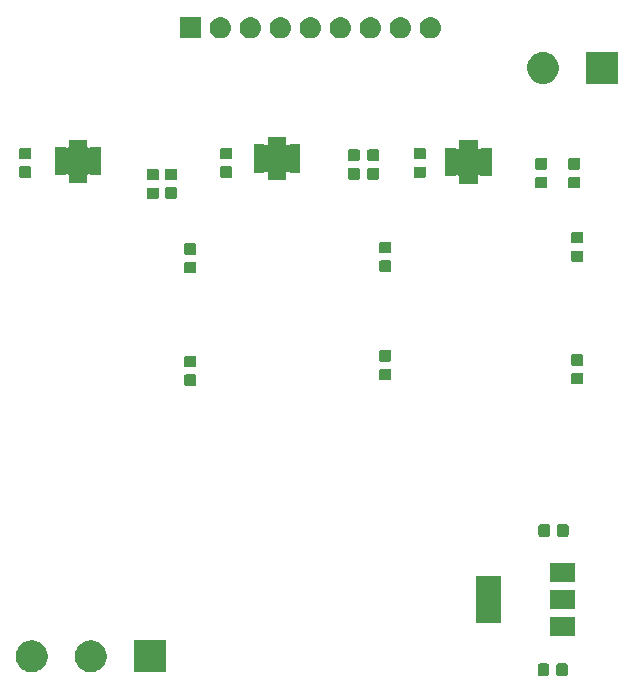
<source format=gbr>
G04 #@! TF.GenerationSoftware,KiCad,Pcbnew,(5.0.1)-3*
G04 #@! TF.CreationDate,2021-02-08T17:12:00-05:00*
G04 #@! TF.ProjectId,fpga_esc,667067615F6573632E6B696361645F70,rev?*
G04 #@! TF.SameCoordinates,Original*
G04 #@! TF.FileFunction,Soldermask,Top*
G04 #@! TF.FilePolarity,Negative*
%FSLAX46Y46*%
G04 Gerber Fmt 4.6, Leading zero omitted, Abs format (unit mm)*
G04 Created by KiCad (PCBNEW (5.0.1)-3) date 2021-02-08 5:12:00 PM*
%MOMM*%
%LPD*%
G01*
G04 APERTURE LIST*
%ADD10C,0.100000*%
G04 APERTURE END LIST*
D10*
G36*
X157542791Y-94474085D02*
X157576769Y-94484393D01*
X157608087Y-94501133D01*
X157635539Y-94523661D01*
X157658067Y-94551113D01*
X157674807Y-94582431D01*
X157685115Y-94616409D01*
X157689200Y-94657890D01*
X157689200Y-95334110D01*
X157685115Y-95375591D01*
X157674807Y-95409569D01*
X157658067Y-95440887D01*
X157635539Y-95468339D01*
X157608087Y-95490867D01*
X157576769Y-95507607D01*
X157542791Y-95517915D01*
X157501310Y-95522000D01*
X156900090Y-95522000D01*
X156858609Y-95517915D01*
X156824631Y-95507607D01*
X156793313Y-95490867D01*
X156765861Y-95468339D01*
X156743333Y-95440887D01*
X156726593Y-95409569D01*
X156716285Y-95375591D01*
X156712200Y-95334110D01*
X156712200Y-94657890D01*
X156716285Y-94616409D01*
X156726593Y-94582431D01*
X156743333Y-94551113D01*
X156765861Y-94523661D01*
X156793313Y-94501133D01*
X156824631Y-94484393D01*
X156858609Y-94474085D01*
X156900090Y-94470000D01*
X157501310Y-94470000D01*
X157542791Y-94474085D01*
X157542791Y-94474085D01*
G37*
G36*
X155967791Y-94474085D02*
X156001769Y-94484393D01*
X156033087Y-94501133D01*
X156060539Y-94523661D01*
X156083067Y-94551113D01*
X156099807Y-94582431D01*
X156110115Y-94616409D01*
X156114200Y-94657890D01*
X156114200Y-95334110D01*
X156110115Y-95375591D01*
X156099807Y-95409569D01*
X156083067Y-95440887D01*
X156060539Y-95468339D01*
X156033087Y-95490867D01*
X156001769Y-95507607D01*
X155967791Y-95517915D01*
X155926310Y-95522000D01*
X155325090Y-95522000D01*
X155283609Y-95517915D01*
X155249631Y-95507607D01*
X155218313Y-95490867D01*
X155190861Y-95468339D01*
X155168333Y-95440887D01*
X155151593Y-95409569D01*
X155141285Y-95375591D01*
X155137200Y-95334110D01*
X155137200Y-94657890D01*
X155141285Y-94616409D01*
X155151593Y-94582431D01*
X155168333Y-94551113D01*
X155190861Y-94523661D01*
X155218313Y-94501133D01*
X155249631Y-94484393D01*
X155283609Y-94474085D01*
X155325090Y-94470000D01*
X155926310Y-94470000D01*
X155967791Y-94474085D01*
X155967791Y-94474085D01*
G37*
G36*
X123652000Y-95204000D02*
X120950000Y-95204000D01*
X120950000Y-92502000D01*
X123652000Y-92502000D01*
X123652000Y-95204000D01*
X123652000Y-95204000D01*
G37*
G36*
X117564567Y-92527959D02*
X117695072Y-92553918D01*
X117940939Y-92655759D01*
X118161464Y-92803110D01*
X118162215Y-92803612D01*
X118350388Y-92991785D01*
X118350390Y-92991788D01*
X118498241Y-93213061D01*
X118600082Y-93458928D01*
X118652000Y-93719938D01*
X118652000Y-93986062D01*
X118600082Y-94247072D01*
X118498241Y-94492939D01*
X118388023Y-94657890D01*
X118350388Y-94714215D01*
X118162215Y-94902388D01*
X118162212Y-94902390D01*
X117940939Y-95050241D01*
X117695072Y-95152082D01*
X117564567Y-95178041D01*
X117434063Y-95204000D01*
X117167937Y-95204000D01*
X117037433Y-95178041D01*
X116906928Y-95152082D01*
X116661061Y-95050241D01*
X116439788Y-94902390D01*
X116439785Y-94902388D01*
X116251612Y-94714215D01*
X116213977Y-94657890D01*
X116103759Y-94492939D01*
X116001918Y-94247072D01*
X115950000Y-93986062D01*
X115950000Y-93719938D01*
X116001918Y-93458928D01*
X116103759Y-93213061D01*
X116251610Y-92991788D01*
X116251612Y-92991785D01*
X116439785Y-92803612D01*
X116440536Y-92803110D01*
X116661061Y-92655759D01*
X116906928Y-92553918D01*
X117037433Y-92527959D01*
X117167937Y-92502000D01*
X117434063Y-92502000D01*
X117564567Y-92527959D01*
X117564567Y-92527959D01*
G37*
G36*
X112564567Y-92527959D02*
X112695072Y-92553918D01*
X112940939Y-92655759D01*
X113161464Y-92803110D01*
X113162215Y-92803612D01*
X113350388Y-92991785D01*
X113350390Y-92991788D01*
X113498241Y-93213061D01*
X113600082Y-93458928D01*
X113652000Y-93719938D01*
X113652000Y-93986062D01*
X113600082Y-94247072D01*
X113498241Y-94492939D01*
X113388023Y-94657890D01*
X113350388Y-94714215D01*
X113162215Y-94902388D01*
X113162212Y-94902390D01*
X112940939Y-95050241D01*
X112695072Y-95152082D01*
X112564567Y-95178041D01*
X112434063Y-95204000D01*
X112167937Y-95204000D01*
X112037433Y-95178041D01*
X111906928Y-95152082D01*
X111661061Y-95050241D01*
X111439788Y-94902390D01*
X111439785Y-94902388D01*
X111251612Y-94714215D01*
X111213977Y-94657890D01*
X111103759Y-94492939D01*
X111001918Y-94247072D01*
X110950000Y-93986062D01*
X110950000Y-93719938D01*
X111001918Y-93458928D01*
X111103759Y-93213061D01*
X111251610Y-92991788D01*
X111251612Y-92991785D01*
X111439785Y-92803612D01*
X111440536Y-92803110D01*
X111661061Y-92655759D01*
X111906928Y-92553918D01*
X112037433Y-92527959D01*
X112167937Y-92502000D01*
X112434063Y-92502000D01*
X112564567Y-92527959D01*
X112564567Y-92527959D01*
G37*
G36*
X158328200Y-92153400D02*
X156226200Y-92153400D01*
X156226200Y-90551400D01*
X158328200Y-90551400D01*
X158328200Y-92153400D01*
X158328200Y-92153400D01*
G37*
G36*
X152028200Y-91003400D02*
X149926200Y-91003400D01*
X149926200Y-87101400D01*
X152028200Y-87101400D01*
X152028200Y-91003400D01*
X152028200Y-91003400D01*
G37*
G36*
X158328200Y-89853400D02*
X156226200Y-89853400D01*
X156226200Y-88251400D01*
X158328200Y-88251400D01*
X158328200Y-89853400D01*
X158328200Y-89853400D01*
G37*
G36*
X158328200Y-87553400D02*
X156226200Y-87553400D01*
X156226200Y-85951400D01*
X158328200Y-85951400D01*
X158328200Y-87553400D01*
X158328200Y-87553400D01*
G37*
G36*
X156043891Y-82688485D02*
X156077869Y-82698793D01*
X156109187Y-82715533D01*
X156136639Y-82738061D01*
X156159167Y-82765513D01*
X156175907Y-82796831D01*
X156186215Y-82830809D01*
X156190300Y-82872290D01*
X156190300Y-83548510D01*
X156186215Y-83589991D01*
X156175907Y-83623969D01*
X156159167Y-83655287D01*
X156136639Y-83682739D01*
X156109187Y-83705267D01*
X156077869Y-83722007D01*
X156043891Y-83732315D01*
X156002410Y-83736400D01*
X155401190Y-83736400D01*
X155359709Y-83732315D01*
X155325731Y-83722007D01*
X155294413Y-83705267D01*
X155266961Y-83682739D01*
X155244433Y-83655287D01*
X155227693Y-83623969D01*
X155217385Y-83589991D01*
X155213300Y-83548510D01*
X155213300Y-82872290D01*
X155217385Y-82830809D01*
X155227693Y-82796831D01*
X155244433Y-82765513D01*
X155266961Y-82738061D01*
X155294413Y-82715533D01*
X155325731Y-82698793D01*
X155359709Y-82688485D01*
X155401190Y-82684400D01*
X156002410Y-82684400D01*
X156043891Y-82688485D01*
X156043891Y-82688485D01*
G37*
G36*
X157618891Y-82688485D02*
X157652869Y-82698793D01*
X157684187Y-82715533D01*
X157711639Y-82738061D01*
X157734167Y-82765513D01*
X157750907Y-82796831D01*
X157761215Y-82830809D01*
X157765300Y-82872290D01*
X157765300Y-83548510D01*
X157761215Y-83589991D01*
X157750907Y-83623969D01*
X157734167Y-83655287D01*
X157711639Y-83682739D01*
X157684187Y-83705267D01*
X157652869Y-83722007D01*
X157618891Y-83732315D01*
X157577410Y-83736400D01*
X156976190Y-83736400D01*
X156934709Y-83732315D01*
X156900731Y-83722007D01*
X156869413Y-83705267D01*
X156841961Y-83682739D01*
X156819433Y-83655287D01*
X156802693Y-83623969D01*
X156792385Y-83589991D01*
X156788300Y-83548510D01*
X156788300Y-82872290D01*
X156792385Y-82830809D01*
X156802693Y-82796831D01*
X156819433Y-82765513D01*
X156841961Y-82738061D01*
X156869413Y-82715533D01*
X156900731Y-82698793D01*
X156934709Y-82688485D01*
X156976190Y-82684400D01*
X157577410Y-82684400D01*
X157618891Y-82688485D01*
X157618891Y-82688485D01*
G37*
G36*
X126109591Y-70000585D02*
X126143569Y-70010893D01*
X126174887Y-70027633D01*
X126202339Y-70050161D01*
X126224867Y-70077613D01*
X126241607Y-70108931D01*
X126251915Y-70142909D01*
X126256000Y-70184390D01*
X126256000Y-70785610D01*
X126251915Y-70827091D01*
X126241607Y-70861069D01*
X126224867Y-70892387D01*
X126202339Y-70919839D01*
X126174887Y-70942367D01*
X126143569Y-70959107D01*
X126109591Y-70969415D01*
X126068110Y-70973500D01*
X125391890Y-70973500D01*
X125350409Y-70969415D01*
X125316431Y-70959107D01*
X125285113Y-70942367D01*
X125257661Y-70919839D01*
X125235133Y-70892387D01*
X125218393Y-70861069D01*
X125208085Y-70827091D01*
X125204000Y-70785610D01*
X125204000Y-70184390D01*
X125208085Y-70142909D01*
X125218393Y-70108931D01*
X125235133Y-70077613D01*
X125257661Y-70050161D01*
X125285113Y-70027633D01*
X125316431Y-70010893D01*
X125350409Y-70000585D01*
X125391890Y-69996500D01*
X126068110Y-69996500D01*
X126109591Y-70000585D01*
X126109591Y-70000585D01*
G37*
G36*
X158875591Y-69873585D02*
X158909569Y-69883893D01*
X158940887Y-69900633D01*
X158968339Y-69923161D01*
X158990867Y-69950613D01*
X159007607Y-69981931D01*
X159017915Y-70015909D01*
X159022000Y-70057390D01*
X159022000Y-70658610D01*
X159017915Y-70700091D01*
X159007607Y-70734069D01*
X158990867Y-70765387D01*
X158968339Y-70792839D01*
X158940887Y-70815367D01*
X158909569Y-70832107D01*
X158875591Y-70842415D01*
X158834110Y-70846500D01*
X158157890Y-70846500D01*
X158116409Y-70842415D01*
X158082431Y-70832107D01*
X158051113Y-70815367D01*
X158023661Y-70792839D01*
X158001133Y-70765387D01*
X157984393Y-70734069D01*
X157974085Y-70700091D01*
X157970000Y-70658610D01*
X157970000Y-70057390D01*
X157974085Y-70015909D01*
X157984393Y-69981931D01*
X158001133Y-69950613D01*
X158023661Y-69923161D01*
X158051113Y-69900633D01*
X158082431Y-69883893D01*
X158116409Y-69873585D01*
X158157890Y-69869500D01*
X158834110Y-69869500D01*
X158875591Y-69873585D01*
X158875591Y-69873585D01*
G37*
G36*
X142619591Y-69518085D02*
X142653569Y-69528393D01*
X142684887Y-69545133D01*
X142712339Y-69567661D01*
X142734867Y-69595113D01*
X142751607Y-69626431D01*
X142761915Y-69660409D01*
X142766000Y-69701890D01*
X142766000Y-70303110D01*
X142761915Y-70344591D01*
X142751607Y-70378569D01*
X142734867Y-70409887D01*
X142712339Y-70437339D01*
X142684887Y-70459867D01*
X142653569Y-70476607D01*
X142619591Y-70486915D01*
X142578110Y-70491000D01*
X141901890Y-70491000D01*
X141860409Y-70486915D01*
X141826431Y-70476607D01*
X141795113Y-70459867D01*
X141767661Y-70437339D01*
X141745133Y-70409887D01*
X141728393Y-70378569D01*
X141718085Y-70344591D01*
X141714000Y-70303110D01*
X141714000Y-69701890D01*
X141718085Y-69660409D01*
X141728393Y-69626431D01*
X141745133Y-69595113D01*
X141767661Y-69567661D01*
X141795113Y-69545133D01*
X141826431Y-69528393D01*
X141860409Y-69518085D01*
X141901890Y-69514000D01*
X142578110Y-69514000D01*
X142619591Y-69518085D01*
X142619591Y-69518085D01*
G37*
G36*
X126109591Y-68425585D02*
X126143569Y-68435893D01*
X126174887Y-68452633D01*
X126202339Y-68475161D01*
X126224867Y-68502613D01*
X126241607Y-68533931D01*
X126251915Y-68567909D01*
X126256000Y-68609390D01*
X126256000Y-69210610D01*
X126251915Y-69252091D01*
X126241607Y-69286069D01*
X126224867Y-69317387D01*
X126202339Y-69344839D01*
X126174887Y-69367367D01*
X126143569Y-69384107D01*
X126109591Y-69394415D01*
X126068110Y-69398500D01*
X125391890Y-69398500D01*
X125350409Y-69394415D01*
X125316431Y-69384107D01*
X125285113Y-69367367D01*
X125257661Y-69344839D01*
X125235133Y-69317387D01*
X125218393Y-69286069D01*
X125208085Y-69252091D01*
X125204000Y-69210610D01*
X125204000Y-68609390D01*
X125208085Y-68567909D01*
X125218393Y-68533931D01*
X125235133Y-68502613D01*
X125257661Y-68475161D01*
X125285113Y-68452633D01*
X125316431Y-68435893D01*
X125350409Y-68425585D01*
X125391890Y-68421500D01*
X126068110Y-68421500D01*
X126109591Y-68425585D01*
X126109591Y-68425585D01*
G37*
G36*
X158875591Y-68298585D02*
X158909569Y-68308893D01*
X158940887Y-68325633D01*
X158968339Y-68348161D01*
X158990867Y-68375613D01*
X159007607Y-68406931D01*
X159017915Y-68440909D01*
X159022000Y-68482390D01*
X159022000Y-69083610D01*
X159017915Y-69125091D01*
X159007607Y-69159069D01*
X158990867Y-69190387D01*
X158968339Y-69217839D01*
X158940887Y-69240367D01*
X158909569Y-69257107D01*
X158875591Y-69267415D01*
X158834110Y-69271500D01*
X158157890Y-69271500D01*
X158116409Y-69267415D01*
X158082431Y-69257107D01*
X158051113Y-69240367D01*
X158023661Y-69217839D01*
X158001133Y-69190387D01*
X157984393Y-69159069D01*
X157974085Y-69125091D01*
X157970000Y-69083610D01*
X157970000Y-68482390D01*
X157974085Y-68440909D01*
X157984393Y-68406931D01*
X158001133Y-68375613D01*
X158023661Y-68348161D01*
X158051113Y-68325633D01*
X158082431Y-68308893D01*
X158116409Y-68298585D01*
X158157890Y-68294500D01*
X158834110Y-68294500D01*
X158875591Y-68298585D01*
X158875591Y-68298585D01*
G37*
G36*
X142619591Y-67943085D02*
X142653569Y-67953393D01*
X142684887Y-67970133D01*
X142712339Y-67992661D01*
X142734867Y-68020113D01*
X142751607Y-68051431D01*
X142761915Y-68085409D01*
X142766000Y-68126890D01*
X142766000Y-68728110D01*
X142761915Y-68769591D01*
X142751607Y-68803569D01*
X142734867Y-68834887D01*
X142712339Y-68862339D01*
X142684887Y-68884867D01*
X142653569Y-68901607D01*
X142619591Y-68911915D01*
X142578110Y-68916000D01*
X141901890Y-68916000D01*
X141860409Y-68911915D01*
X141826431Y-68901607D01*
X141795113Y-68884867D01*
X141767661Y-68862339D01*
X141745133Y-68834887D01*
X141728393Y-68803569D01*
X141718085Y-68769591D01*
X141714000Y-68728110D01*
X141714000Y-68126890D01*
X141718085Y-68085409D01*
X141728393Y-68051431D01*
X141745133Y-68020113D01*
X141767661Y-67992661D01*
X141795113Y-67970133D01*
X141826431Y-67953393D01*
X141860409Y-67943085D01*
X141901890Y-67939000D01*
X142578110Y-67939000D01*
X142619591Y-67943085D01*
X142619591Y-67943085D01*
G37*
G36*
X126109591Y-60475585D02*
X126143569Y-60485893D01*
X126174887Y-60502633D01*
X126202339Y-60525161D01*
X126224867Y-60552613D01*
X126241607Y-60583931D01*
X126251915Y-60617909D01*
X126256000Y-60659390D01*
X126256000Y-61260610D01*
X126251915Y-61302091D01*
X126241607Y-61336069D01*
X126224867Y-61367387D01*
X126202339Y-61394839D01*
X126174887Y-61417367D01*
X126143569Y-61434107D01*
X126109591Y-61444415D01*
X126068110Y-61448500D01*
X125391890Y-61448500D01*
X125350409Y-61444415D01*
X125316431Y-61434107D01*
X125285113Y-61417367D01*
X125257661Y-61394839D01*
X125235133Y-61367387D01*
X125218393Y-61336069D01*
X125208085Y-61302091D01*
X125204000Y-61260610D01*
X125204000Y-60659390D01*
X125208085Y-60617909D01*
X125218393Y-60583931D01*
X125235133Y-60552613D01*
X125257661Y-60525161D01*
X125285113Y-60502633D01*
X125316431Y-60485893D01*
X125350409Y-60475585D01*
X125391890Y-60471500D01*
X126068110Y-60471500D01*
X126109591Y-60475585D01*
X126109591Y-60475585D01*
G37*
G36*
X142619591Y-60348585D02*
X142653569Y-60358893D01*
X142684887Y-60375633D01*
X142712339Y-60398161D01*
X142734867Y-60425613D01*
X142751607Y-60456931D01*
X142761915Y-60490909D01*
X142766000Y-60532390D01*
X142766000Y-61133610D01*
X142761915Y-61175091D01*
X142751607Y-61209069D01*
X142734867Y-61240387D01*
X142712339Y-61267839D01*
X142684887Y-61290367D01*
X142653569Y-61307107D01*
X142619591Y-61317415D01*
X142578110Y-61321500D01*
X141901890Y-61321500D01*
X141860409Y-61317415D01*
X141826431Y-61307107D01*
X141795113Y-61290367D01*
X141767661Y-61267839D01*
X141745133Y-61240387D01*
X141728393Y-61209069D01*
X141718085Y-61175091D01*
X141714000Y-61133610D01*
X141714000Y-60532390D01*
X141718085Y-60490909D01*
X141728393Y-60456931D01*
X141745133Y-60425613D01*
X141767661Y-60398161D01*
X141795113Y-60375633D01*
X141826431Y-60358893D01*
X141860409Y-60348585D01*
X141901890Y-60344500D01*
X142578110Y-60344500D01*
X142619591Y-60348585D01*
X142619591Y-60348585D01*
G37*
G36*
X158875591Y-59510585D02*
X158909569Y-59520893D01*
X158940887Y-59537633D01*
X158968339Y-59560161D01*
X158990867Y-59587613D01*
X159007607Y-59618931D01*
X159017915Y-59652909D01*
X159022000Y-59694390D01*
X159022000Y-60295610D01*
X159017915Y-60337091D01*
X159007607Y-60371069D01*
X158990867Y-60402387D01*
X158968339Y-60429839D01*
X158940887Y-60452367D01*
X158909569Y-60469107D01*
X158875591Y-60479415D01*
X158834110Y-60483500D01*
X158157890Y-60483500D01*
X158116409Y-60479415D01*
X158082431Y-60469107D01*
X158051113Y-60452367D01*
X158023661Y-60429839D01*
X158001133Y-60402387D01*
X157984393Y-60371069D01*
X157974085Y-60337091D01*
X157970000Y-60295610D01*
X157970000Y-59694390D01*
X157974085Y-59652909D01*
X157984393Y-59618931D01*
X158001133Y-59587613D01*
X158023661Y-59560161D01*
X158051113Y-59537633D01*
X158082431Y-59520893D01*
X158116409Y-59510585D01*
X158157890Y-59506500D01*
X158834110Y-59506500D01*
X158875591Y-59510585D01*
X158875591Y-59510585D01*
G37*
G36*
X126109591Y-58900585D02*
X126143569Y-58910893D01*
X126174887Y-58927633D01*
X126202339Y-58950161D01*
X126224867Y-58977613D01*
X126241607Y-59008931D01*
X126251915Y-59042909D01*
X126256000Y-59084390D01*
X126256000Y-59685610D01*
X126251915Y-59727091D01*
X126241607Y-59761069D01*
X126224867Y-59792387D01*
X126202339Y-59819839D01*
X126174887Y-59842367D01*
X126143569Y-59859107D01*
X126109591Y-59869415D01*
X126068110Y-59873500D01*
X125391890Y-59873500D01*
X125350409Y-59869415D01*
X125316431Y-59859107D01*
X125285113Y-59842367D01*
X125257661Y-59819839D01*
X125235133Y-59792387D01*
X125218393Y-59761069D01*
X125208085Y-59727091D01*
X125204000Y-59685610D01*
X125204000Y-59084390D01*
X125208085Y-59042909D01*
X125218393Y-59008931D01*
X125235133Y-58977613D01*
X125257661Y-58950161D01*
X125285113Y-58927633D01*
X125316431Y-58910893D01*
X125350409Y-58900585D01*
X125391890Y-58896500D01*
X126068110Y-58896500D01*
X126109591Y-58900585D01*
X126109591Y-58900585D01*
G37*
G36*
X142619591Y-58773585D02*
X142653569Y-58783893D01*
X142684887Y-58800633D01*
X142712339Y-58823161D01*
X142734867Y-58850613D01*
X142751607Y-58881931D01*
X142761915Y-58915909D01*
X142766000Y-58957390D01*
X142766000Y-59558610D01*
X142761915Y-59600091D01*
X142751607Y-59634069D01*
X142734867Y-59665387D01*
X142712339Y-59692839D01*
X142684887Y-59715367D01*
X142653569Y-59732107D01*
X142619591Y-59742415D01*
X142578110Y-59746500D01*
X141901890Y-59746500D01*
X141860409Y-59742415D01*
X141826431Y-59732107D01*
X141795113Y-59715367D01*
X141767661Y-59692839D01*
X141745133Y-59665387D01*
X141728393Y-59634069D01*
X141718085Y-59600091D01*
X141714000Y-59558610D01*
X141714000Y-58957390D01*
X141718085Y-58915909D01*
X141728393Y-58881931D01*
X141745133Y-58850613D01*
X141767661Y-58823161D01*
X141795113Y-58800633D01*
X141826431Y-58783893D01*
X141860409Y-58773585D01*
X141901890Y-58769500D01*
X142578110Y-58769500D01*
X142619591Y-58773585D01*
X142619591Y-58773585D01*
G37*
G36*
X158875591Y-57935585D02*
X158909569Y-57945893D01*
X158940887Y-57962633D01*
X158968339Y-57985161D01*
X158990867Y-58012613D01*
X159007607Y-58043931D01*
X159017915Y-58077909D01*
X159022000Y-58119390D01*
X159022000Y-58720610D01*
X159017915Y-58762091D01*
X159007607Y-58796069D01*
X158990867Y-58827387D01*
X158968339Y-58854839D01*
X158940887Y-58877367D01*
X158909569Y-58894107D01*
X158875591Y-58904415D01*
X158834110Y-58908500D01*
X158157890Y-58908500D01*
X158116409Y-58904415D01*
X158082431Y-58894107D01*
X158051113Y-58877367D01*
X158023661Y-58854839D01*
X158001133Y-58827387D01*
X157984393Y-58796069D01*
X157974085Y-58762091D01*
X157970000Y-58720610D01*
X157970000Y-58119390D01*
X157974085Y-58077909D01*
X157984393Y-58043931D01*
X158001133Y-58012613D01*
X158023661Y-57985161D01*
X158051113Y-57962633D01*
X158082431Y-57945893D01*
X158116409Y-57935585D01*
X158157890Y-57931500D01*
X158834110Y-57931500D01*
X158875591Y-57935585D01*
X158875591Y-57935585D01*
G37*
G36*
X122934591Y-54176585D02*
X122968569Y-54186893D01*
X122999887Y-54203633D01*
X123027339Y-54226161D01*
X123049867Y-54253613D01*
X123066607Y-54284931D01*
X123076915Y-54318909D01*
X123081000Y-54360390D01*
X123081000Y-54961610D01*
X123076915Y-55003091D01*
X123066607Y-55037069D01*
X123049867Y-55068387D01*
X123027339Y-55095839D01*
X122999887Y-55118367D01*
X122968569Y-55135107D01*
X122934591Y-55145415D01*
X122893110Y-55149500D01*
X122216890Y-55149500D01*
X122175409Y-55145415D01*
X122141431Y-55135107D01*
X122110113Y-55118367D01*
X122082661Y-55095839D01*
X122060133Y-55068387D01*
X122043393Y-55037069D01*
X122033085Y-55003091D01*
X122029000Y-54961610D01*
X122029000Y-54360390D01*
X122033085Y-54318909D01*
X122043393Y-54284931D01*
X122060133Y-54253613D01*
X122082661Y-54226161D01*
X122110113Y-54203633D01*
X122141431Y-54186893D01*
X122175409Y-54176585D01*
X122216890Y-54172500D01*
X122893110Y-54172500D01*
X122934591Y-54176585D01*
X122934591Y-54176585D01*
G37*
G36*
X124479855Y-54148773D02*
X124513833Y-54159081D01*
X124545151Y-54175821D01*
X124572603Y-54198349D01*
X124595131Y-54225801D01*
X124611871Y-54257119D01*
X124622179Y-54291097D01*
X124626264Y-54332578D01*
X124626264Y-54933798D01*
X124622179Y-54975279D01*
X124611871Y-55009257D01*
X124595131Y-55040575D01*
X124572603Y-55068027D01*
X124545151Y-55090555D01*
X124513833Y-55107295D01*
X124479855Y-55117603D01*
X124438374Y-55121688D01*
X123762154Y-55121688D01*
X123720673Y-55117603D01*
X123686695Y-55107295D01*
X123655377Y-55090555D01*
X123627925Y-55068027D01*
X123605397Y-55040575D01*
X123588657Y-55009257D01*
X123578349Y-54975279D01*
X123574264Y-54933798D01*
X123574264Y-54332578D01*
X123578349Y-54291097D01*
X123588657Y-54257119D01*
X123605397Y-54225801D01*
X123627925Y-54198349D01*
X123655377Y-54175821D01*
X123686695Y-54159081D01*
X123720673Y-54148773D01*
X123762154Y-54144688D01*
X124438374Y-54144688D01*
X124479855Y-54148773D01*
X124479855Y-54148773D01*
G37*
G36*
X155827591Y-53262085D02*
X155861569Y-53272393D01*
X155892887Y-53289133D01*
X155920339Y-53311661D01*
X155942867Y-53339113D01*
X155959607Y-53370431D01*
X155969915Y-53404409D01*
X155974000Y-53445890D01*
X155974000Y-54047110D01*
X155969915Y-54088591D01*
X155959607Y-54122569D01*
X155942867Y-54153887D01*
X155920339Y-54181339D01*
X155892887Y-54203867D01*
X155861569Y-54220607D01*
X155827591Y-54230915D01*
X155786110Y-54235000D01*
X155109890Y-54235000D01*
X155068409Y-54230915D01*
X155034431Y-54220607D01*
X155003113Y-54203867D01*
X154975661Y-54181339D01*
X154953133Y-54153887D01*
X154936393Y-54122569D01*
X154926085Y-54088591D01*
X154922000Y-54047110D01*
X154922000Y-53445890D01*
X154926085Y-53404409D01*
X154936393Y-53370431D01*
X154953133Y-53339113D01*
X154975661Y-53311661D01*
X155003113Y-53289133D01*
X155034431Y-53272393D01*
X155068409Y-53262085D01*
X155109890Y-53258000D01*
X155786110Y-53258000D01*
X155827591Y-53262085D01*
X155827591Y-53262085D01*
G37*
G36*
X158621591Y-53262085D02*
X158655569Y-53272393D01*
X158686887Y-53289133D01*
X158714339Y-53311661D01*
X158736867Y-53339113D01*
X158753607Y-53370431D01*
X158763915Y-53404409D01*
X158768000Y-53445890D01*
X158768000Y-54047110D01*
X158763915Y-54088591D01*
X158753607Y-54122569D01*
X158736867Y-54153887D01*
X158714339Y-54181339D01*
X158686887Y-54203867D01*
X158655569Y-54220607D01*
X158621591Y-54230915D01*
X158580110Y-54235000D01*
X157903890Y-54235000D01*
X157862409Y-54230915D01*
X157828431Y-54220607D01*
X157797113Y-54203867D01*
X157769661Y-54181339D01*
X157747133Y-54153887D01*
X157730393Y-54122569D01*
X157720085Y-54088591D01*
X157716000Y-54047110D01*
X157716000Y-53445890D01*
X157720085Y-53404409D01*
X157730393Y-53370431D01*
X157747133Y-53339113D01*
X157769661Y-53311661D01*
X157797113Y-53289133D01*
X157828431Y-53272393D01*
X157862409Y-53262085D01*
X157903890Y-53258000D01*
X158580110Y-53258000D01*
X158621591Y-53262085D01*
X158621591Y-53262085D01*
G37*
G36*
X150052000Y-50758000D02*
X150054402Y-50782386D01*
X150061515Y-50805835D01*
X150073066Y-50827446D01*
X150088612Y-50846388D01*
X150107554Y-50861934D01*
X150129165Y-50873485D01*
X150152614Y-50880598D01*
X150177000Y-50883000D01*
X150243783Y-50883000D01*
X150268169Y-50880598D01*
X150291618Y-50873485D01*
X150313229Y-50861934D01*
X150323055Y-50854647D01*
X150348766Y-50833547D01*
X150385248Y-50814047D01*
X150412319Y-50805835D01*
X150424832Y-50802039D01*
X150428690Y-50801659D01*
X150455685Y-50799000D01*
X151246000Y-50799000D01*
X151246000Y-50992552D01*
X151246601Y-51004790D01*
X151247016Y-51009000D01*
X151246601Y-51013210D01*
X151246000Y-51025448D01*
X151246000Y-51492552D01*
X151246601Y-51504790D01*
X151247016Y-51509000D01*
X151246601Y-51513210D01*
X151246000Y-51525448D01*
X151246000Y-51992552D01*
X151246601Y-52004790D01*
X151247016Y-52009000D01*
X151246601Y-52013210D01*
X151246000Y-52025448D01*
X151246000Y-52492552D01*
X151246601Y-52504790D01*
X151247016Y-52509000D01*
X151246601Y-52513210D01*
X151246000Y-52525448D01*
X151246000Y-52992552D01*
X151246601Y-53004790D01*
X151247016Y-53009000D01*
X151246601Y-53013210D01*
X151246000Y-53025448D01*
X151246000Y-53219000D01*
X150455685Y-53219000D01*
X150428690Y-53216341D01*
X150424832Y-53215961D01*
X150411638Y-53211958D01*
X150385248Y-53203953D01*
X150348766Y-53184453D01*
X150323069Y-53163364D01*
X150302708Y-53149760D01*
X150280069Y-53140383D01*
X150256036Y-53135602D01*
X150243783Y-53135000D01*
X150177000Y-53135000D01*
X150152614Y-53137402D01*
X150129165Y-53144515D01*
X150107554Y-53156066D01*
X150088612Y-53171612D01*
X150073066Y-53190554D01*
X150061515Y-53212165D01*
X150054402Y-53235614D01*
X150052000Y-53260000D01*
X150052000Y-53835000D01*
X148500000Y-53835000D01*
X148500000Y-53260000D01*
X148497598Y-53235614D01*
X148490485Y-53212165D01*
X148478934Y-53190554D01*
X148463388Y-53171612D01*
X148444446Y-53156066D01*
X148422835Y-53144515D01*
X148399386Y-53137402D01*
X148375000Y-53135000D01*
X148308217Y-53135000D01*
X148283831Y-53137402D01*
X148260382Y-53144515D01*
X148238771Y-53156066D01*
X148228945Y-53163353D01*
X148203234Y-53184453D01*
X148166752Y-53203953D01*
X148140362Y-53211958D01*
X148127168Y-53215961D01*
X148123310Y-53216341D01*
X148096315Y-53219000D01*
X147306000Y-53219000D01*
X147306000Y-53025448D01*
X147305399Y-53013210D01*
X147304984Y-53009000D01*
X147305399Y-53004790D01*
X147306000Y-52992552D01*
X147306000Y-52525448D01*
X147305399Y-52513210D01*
X147304984Y-52509000D01*
X147305399Y-52504790D01*
X147306000Y-52492552D01*
X147306000Y-52025448D01*
X147305399Y-52013210D01*
X147304984Y-52009000D01*
X147305399Y-52004790D01*
X147306000Y-51992552D01*
X147306000Y-51525448D01*
X147305399Y-51513210D01*
X147304984Y-51509000D01*
X147305399Y-51504790D01*
X147306000Y-51492552D01*
X147306000Y-51025448D01*
X147305399Y-51013210D01*
X147304984Y-51009000D01*
X147305399Y-51004790D01*
X147306000Y-50992552D01*
X147306000Y-50799000D01*
X148096315Y-50799000D01*
X148123310Y-50801659D01*
X148127168Y-50802039D01*
X148139681Y-50805835D01*
X148166752Y-50814047D01*
X148203234Y-50833547D01*
X148228931Y-50854636D01*
X148249292Y-50868240D01*
X148271931Y-50877617D01*
X148295964Y-50882398D01*
X148308217Y-50883000D01*
X148375000Y-50883000D01*
X148399386Y-50880598D01*
X148422835Y-50873485D01*
X148444446Y-50861934D01*
X148463388Y-50846388D01*
X148478934Y-50827446D01*
X148490485Y-50805835D01*
X148497598Y-50782386D01*
X148500000Y-50758000D01*
X148500000Y-50183000D01*
X150052000Y-50183000D01*
X150052000Y-50758000D01*
X150052000Y-50758000D01*
G37*
G36*
X116996000Y-50684000D02*
X116998402Y-50708386D01*
X117005515Y-50731835D01*
X117017066Y-50753446D01*
X117032612Y-50772388D01*
X117051554Y-50787934D01*
X117073165Y-50799485D01*
X117096614Y-50806598D01*
X117121000Y-50809000D01*
X117187783Y-50809000D01*
X117212169Y-50806598D01*
X117235618Y-50799485D01*
X117257229Y-50787934D01*
X117267055Y-50780647D01*
X117292766Y-50759547D01*
X117329248Y-50740047D01*
X117356319Y-50731835D01*
X117368832Y-50728039D01*
X117372689Y-50727659D01*
X117399685Y-50725000D01*
X118190000Y-50725000D01*
X118190000Y-50918552D01*
X118190601Y-50930790D01*
X118191016Y-50935000D01*
X118190601Y-50939210D01*
X118190000Y-50951448D01*
X118190000Y-51418552D01*
X118190601Y-51430790D01*
X118191016Y-51435000D01*
X118190601Y-51439210D01*
X118190000Y-51451448D01*
X118190000Y-51918552D01*
X118190601Y-51930790D01*
X118191016Y-51935000D01*
X118190601Y-51939210D01*
X118190000Y-51951448D01*
X118190000Y-52418552D01*
X118190601Y-52430790D01*
X118191016Y-52435000D01*
X118190601Y-52439210D01*
X118190000Y-52451448D01*
X118190000Y-52918552D01*
X118190601Y-52930790D01*
X118191016Y-52935000D01*
X118190601Y-52939210D01*
X118190000Y-52951448D01*
X118190000Y-53145000D01*
X117399685Y-53145000D01*
X117372689Y-53142341D01*
X117368832Y-53141961D01*
X117353804Y-53137402D01*
X117329248Y-53129953D01*
X117292766Y-53110453D01*
X117267069Y-53089364D01*
X117246708Y-53075760D01*
X117224069Y-53066383D01*
X117200036Y-53061602D01*
X117187783Y-53061000D01*
X117121000Y-53061000D01*
X117096614Y-53063402D01*
X117073165Y-53070515D01*
X117051554Y-53082066D01*
X117032612Y-53097612D01*
X117017066Y-53116554D01*
X117005515Y-53138165D01*
X116998402Y-53161614D01*
X116996000Y-53186000D01*
X116996000Y-53761000D01*
X115444000Y-53761000D01*
X115444000Y-53186000D01*
X115441598Y-53161614D01*
X115434485Y-53138165D01*
X115422934Y-53116554D01*
X115407388Y-53097612D01*
X115388446Y-53082066D01*
X115366835Y-53070515D01*
X115343386Y-53063402D01*
X115319000Y-53061000D01*
X115252217Y-53061000D01*
X115227831Y-53063402D01*
X115204382Y-53070515D01*
X115182771Y-53082066D01*
X115172945Y-53089353D01*
X115147234Y-53110453D01*
X115110752Y-53129953D01*
X115086196Y-53137402D01*
X115071168Y-53141961D01*
X115067311Y-53142341D01*
X115040315Y-53145000D01*
X114250000Y-53145000D01*
X114250000Y-52951448D01*
X114249399Y-52939210D01*
X114248984Y-52935000D01*
X114249399Y-52930790D01*
X114250000Y-52918552D01*
X114250000Y-52451448D01*
X114249399Y-52439210D01*
X114248984Y-52435000D01*
X114249399Y-52430790D01*
X114250000Y-52418552D01*
X114250000Y-51951448D01*
X114249399Y-51939210D01*
X114248984Y-51935000D01*
X114249399Y-51930790D01*
X114250000Y-51918552D01*
X114250000Y-51451448D01*
X114249399Y-51439210D01*
X114248984Y-51435000D01*
X114249399Y-51430790D01*
X114250000Y-51418552D01*
X114250000Y-50951448D01*
X114249399Y-50939210D01*
X114248984Y-50935000D01*
X114249399Y-50930790D01*
X114250000Y-50918552D01*
X114250000Y-50725000D01*
X115040315Y-50725000D01*
X115067311Y-50727659D01*
X115071168Y-50728039D01*
X115083681Y-50731835D01*
X115110752Y-50740047D01*
X115147234Y-50759547D01*
X115172931Y-50780636D01*
X115193292Y-50794240D01*
X115215931Y-50803617D01*
X115239964Y-50808398D01*
X115252217Y-50809000D01*
X115319000Y-50809000D01*
X115343386Y-50806598D01*
X115366835Y-50799485D01*
X115388446Y-50787934D01*
X115407388Y-50772388D01*
X115422934Y-50753446D01*
X115434485Y-50731835D01*
X115441598Y-50708386D01*
X115444000Y-50684000D01*
X115444000Y-50109000D01*
X116996000Y-50109000D01*
X116996000Y-50684000D01*
X116996000Y-50684000D01*
G37*
G36*
X122934591Y-52601585D02*
X122968569Y-52611893D01*
X122999887Y-52628633D01*
X123027339Y-52651161D01*
X123049867Y-52678613D01*
X123066607Y-52709931D01*
X123076915Y-52743909D01*
X123081000Y-52785390D01*
X123081000Y-53386610D01*
X123076915Y-53428091D01*
X123066607Y-53462069D01*
X123049867Y-53493387D01*
X123027339Y-53520839D01*
X122999887Y-53543367D01*
X122968569Y-53560107D01*
X122934591Y-53570415D01*
X122893110Y-53574500D01*
X122216890Y-53574500D01*
X122175409Y-53570415D01*
X122141431Y-53560107D01*
X122110113Y-53543367D01*
X122082661Y-53520839D01*
X122060133Y-53493387D01*
X122043393Y-53462069D01*
X122033085Y-53428091D01*
X122029000Y-53386610D01*
X122029000Y-52785390D01*
X122033085Y-52743909D01*
X122043393Y-52709931D01*
X122060133Y-52678613D01*
X122082661Y-52651161D01*
X122110113Y-52628633D01*
X122141431Y-52611893D01*
X122175409Y-52601585D01*
X122216890Y-52597500D01*
X122893110Y-52597500D01*
X122934591Y-52601585D01*
X122934591Y-52601585D01*
G37*
G36*
X124479855Y-52573773D02*
X124513833Y-52584081D01*
X124545151Y-52600821D01*
X124572603Y-52623349D01*
X124595131Y-52650801D01*
X124611871Y-52682119D01*
X124622179Y-52716097D01*
X124626264Y-52757578D01*
X124626264Y-53358798D01*
X124622179Y-53400279D01*
X124611871Y-53434257D01*
X124595131Y-53465575D01*
X124572603Y-53493027D01*
X124545151Y-53515555D01*
X124513833Y-53532295D01*
X124479855Y-53542603D01*
X124438374Y-53546688D01*
X123762154Y-53546688D01*
X123720673Y-53542603D01*
X123686695Y-53532295D01*
X123655377Y-53515555D01*
X123627925Y-53493027D01*
X123605397Y-53465575D01*
X123588657Y-53434257D01*
X123578349Y-53400279D01*
X123574264Y-53358798D01*
X123574264Y-52757578D01*
X123578349Y-52716097D01*
X123588657Y-52682119D01*
X123605397Y-52650801D01*
X123627925Y-52623349D01*
X123655377Y-52600821D01*
X123686695Y-52584081D01*
X123720673Y-52573773D01*
X123762154Y-52569688D01*
X124438374Y-52569688D01*
X124479855Y-52573773D01*
X124479855Y-52573773D01*
G37*
G36*
X133854000Y-50454000D02*
X133856402Y-50478386D01*
X133863515Y-50501835D01*
X133875066Y-50523446D01*
X133890612Y-50542388D01*
X133909554Y-50557934D01*
X133931165Y-50569485D01*
X133954614Y-50576598D01*
X133979000Y-50579000D01*
X134045783Y-50579000D01*
X134070169Y-50576598D01*
X134093618Y-50569485D01*
X134115229Y-50557934D01*
X134125055Y-50550647D01*
X134150766Y-50529547D01*
X134187248Y-50510047D01*
X134214319Y-50501835D01*
X134226832Y-50498039D01*
X134230690Y-50497659D01*
X134257685Y-50495000D01*
X135048000Y-50495000D01*
X135048000Y-50688552D01*
X135048601Y-50700790D01*
X135049016Y-50705000D01*
X135048601Y-50709210D01*
X135048000Y-50721448D01*
X135048000Y-51188552D01*
X135048601Y-51200790D01*
X135049016Y-51205000D01*
X135048601Y-51209210D01*
X135048000Y-51221448D01*
X135048000Y-51688552D01*
X135048601Y-51700790D01*
X135049016Y-51705000D01*
X135048601Y-51709210D01*
X135048000Y-51721448D01*
X135048000Y-52188552D01*
X135048601Y-52200790D01*
X135049016Y-52205000D01*
X135048601Y-52209210D01*
X135048000Y-52221448D01*
X135048000Y-52688552D01*
X135048601Y-52700790D01*
X135049016Y-52705000D01*
X135048601Y-52709210D01*
X135048000Y-52721448D01*
X135048000Y-52915000D01*
X134257685Y-52915000D01*
X134230690Y-52912341D01*
X134226832Y-52911961D01*
X134213638Y-52907958D01*
X134187248Y-52899953D01*
X134150766Y-52880453D01*
X134125069Y-52859364D01*
X134104708Y-52845760D01*
X134082069Y-52836383D01*
X134058036Y-52831602D01*
X134045783Y-52831000D01*
X133979000Y-52831000D01*
X133954614Y-52833402D01*
X133931165Y-52840515D01*
X133909554Y-52852066D01*
X133890612Y-52867612D01*
X133875066Y-52886554D01*
X133863515Y-52908165D01*
X133856402Y-52931614D01*
X133854000Y-52956000D01*
X133854000Y-53531000D01*
X132302000Y-53531000D01*
X132302000Y-52956000D01*
X132299598Y-52931614D01*
X132292485Y-52908165D01*
X132280934Y-52886554D01*
X132265388Y-52867612D01*
X132246446Y-52852066D01*
X132224835Y-52840515D01*
X132201386Y-52833402D01*
X132177000Y-52831000D01*
X132110217Y-52831000D01*
X132085831Y-52833402D01*
X132062382Y-52840515D01*
X132040771Y-52852066D01*
X132030945Y-52859353D01*
X132005234Y-52880453D01*
X131968752Y-52899953D01*
X131942362Y-52907958D01*
X131929168Y-52911961D01*
X131925310Y-52912341D01*
X131898315Y-52915000D01*
X131108000Y-52915000D01*
X131108000Y-52721448D01*
X131107399Y-52709210D01*
X131106984Y-52705000D01*
X131107399Y-52700790D01*
X131108000Y-52688552D01*
X131108000Y-52221448D01*
X131107399Y-52209210D01*
X131106984Y-52205000D01*
X131107399Y-52200790D01*
X131108000Y-52188552D01*
X131108000Y-51721448D01*
X131107399Y-51709210D01*
X131106984Y-51705000D01*
X131107399Y-51700790D01*
X131108000Y-51688552D01*
X131108000Y-51221448D01*
X131107399Y-51209210D01*
X131106984Y-51205000D01*
X131107399Y-51200790D01*
X131108000Y-51188552D01*
X131108000Y-50721448D01*
X131107399Y-50709210D01*
X131106984Y-50705000D01*
X131107399Y-50700790D01*
X131108000Y-50688552D01*
X131108000Y-50495000D01*
X131898315Y-50495000D01*
X131925311Y-50497659D01*
X131929168Y-50498039D01*
X131941681Y-50501835D01*
X131968752Y-50510047D01*
X132005234Y-50529547D01*
X132030931Y-50550636D01*
X132051292Y-50564240D01*
X132073931Y-50573617D01*
X132097964Y-50578398D01*
X132110217Y-50579000D01*
X132177000Y-50579000D01*
X132201386Y-50576598D01*
X132224835Y-50569485D01*
X132246446Y-50557934D01*
X132265388Y-50542388D01*
X132280934Y-50523446D01*
X132292485Y-50501835D01*
X132299598Y-50478386D01*
X132302000Y-50454000D01*
X132302000Y-49879000D01*
X133854000Y-49879000D01*
X133854000Y-50454000D01*
X133854000Y-50454000D01*
G37*
G36*
X141603591Y-52525585D02*
X141637569Y-52535893D01*
X141668887Y-52552633D01*
X141696339Y-52575161D01*
X141718867Y-52602613D01*
X141735607Y-52633931D01*
X141745915Y-52667909D01*
X141750000Y-52709390D01*
X141750000Y-53310610D01*
X141745915Y-53352091D01*
X141735607Y-53386069D01*
X141718867Y-53417387D01*
X141696339Y-53444839D01*
X141668887Y-53467367D01*
X141637569Y-53484107D01*
X141603591Y-53494415D01*
X141562110Y-53498500D01*
X140885890Y-53498500D01*
X140844409Y-53494415D01*
X140810431Y-53484107D01*
X140779113Y-53467367D01*
X140751661Y-53444839D01*
X140729133Y-53417387D01*
X140712393Y-53386069D01*
X140702085Y-53352091D01*
X140698000Y-53310610D01*
X140698000Y-52709390D01*
X140702085Y-52667909D01*
X140712393Y-52633931D01*
X140729133Y-52602613D01*
X140751661Y-52575161D01*
X140779113Y-52552633D01*
X140810431Y-52535893D01*
X140844409Y-52525585D01*
X140885890Y-52521500D01*
X141562110Y-52521500D01*
X141603591Y-52525585D01*
X141603591Y-52525585D01*
G37*
G36*
X139952591Y-52525585D02*
X139986569Y-52535893D01*
X140017887Y-52552633D01*
X140045339Y-52575161D01*
X140067867Y-52602613D01*
X140084607Y-52633931D01*
X140094915Y-52667909D01*
X140099000Y-52709390D01*
X140099000Y-53310610D01*
X140094915Y-53352091D01*
X140084607Y-53386069D01*
X140067867Y-53417387D01*
X140045339Y-53444839D01*
X140017887Y-53467367D01*
X139986569Y-53484107D01*
X139952591Y-53494415D01*
X139911110Y-53498500D01*
X139234890Y-53498500D01*
X139193409Y-53494415D01*
X139159431Y-53484107D01*
X139128113Y-53467367D01*
X139100661Y-53444839D01*
X139078133Y-53417387D01*
X139061393Y-53386069D01*
X139051085Y-53352091D01*
X139047000Y-53310610D01*
X139047000Y-52709390D01*
X139051085Y-52667909D01*
X139061393Y-52633931D01*
X139078133Y-52602613D01*
X139100661Y-52575161D01*
X139128113Y-52552633D01*
X139159431Y-52535893D01*
X139193409Y-52525585D01*
X139234890Y-52521500D01*
X139911110Y-52521500D01*
X139952591Y-52525585D01*
X139952591Y-52525585D01*
G37*
G36*
X145540591Y-52398585D02*
X145574569Y-52408893D01*
X145605887Y-52425633D01*
X145633339Y-52448161D01*
X145655867Y-52475613D01*
X145672607Y-52506931D01*
X145682915Y-52540909D01*
X145687000Y-52582390D01*
X145687000Y-53183610D01*
X145682915Y-53225091D01*
X145672607Y-53259069D01*
X145655867Y-53290387D01*
X145633339Y-53317839D01*
X145605887Y-53340367D01*
X145574569Y-53357107D01*
X145540591Y-53367415D01*
X145499110Y-53371500D01*
X144822890Y-53371500D01*
X144781409Y-53367415D01*
X144747431Y-53357107D01*
X144716113Y-53340367D01*
X144688661Y-53317839D01*
X144666133Y-53290387D01*
X144649393Y-53259069D01*
X144639085Y-53225091D01*
X144635000Y-53183610D01*
X144635000Y-52582390D01*
X144639085Y-52540909D01*
X144649393Y-52506931D01*
X144666133Y-52475613D01*
X144688661Y-52448161D01*
X144716113Y-52425633D01*
X144747431Y-52408893D01*
X144781409Y-52398585D01*
X144822890Y-52394500D01*
X145499110Y-52394500D01*
X145540591Y-52398585D01*
X145540591Y-52398585D01*
G37*
G36*
X112139591Y-52373085D02*
X112173569Y-52383393D01*
X112204887Y-52400133D01*
X112232339Y-52422661D01*
X112254867Y-52450113D01*
X112271607Y-52481431D01*
X112281915Y-52515409D01*
X112286000Y-52556890D01*
X112286000Y-53158110D01*
X112281915Y-53199591D01*
X112271607Y-53233569D01*
X112254867Y-53264887D01*
X112232339Y-53292339D01*
X112204887Y-53314867D01*
X112173569Y-53331607D01*
X112139591Y-53341915D01*
X112098110Y-53346000D01*
X111421890Y-53346000D01*
X111380409Y-53341915D01*
X111346431Y-53331607D01*
X111315113Y-53314867D01*
X111287661Y-53292339D01*
X111265133Y-53264887D01*
X111248393Y-53233569D01*
X111238085Y-53199591D01*
X111234000Y-53158110D01*
X111234000Y-52556890D01*
X111238085Y-52515409D01*
X111248393Y-52481431D01*
X111265133Y-52450113D01*
X111287661Y-52422661D01*
X111315113Y-52400133D01*
X111346431Y-52383393D01*
X111380409Y-52373085D01*
X111421890Y-52369000D01*
X112098110Y-52369000D01*
X112139591Y-52373085D01*
X112139591Y-52373085D01*
G37*
G36*
X129157591Y-52373085D02*
X129191569Y-52383393D01*
X129222887Y-52400133D01*
X129250339Y-52422661D01*
X129272867Y-52450113D01*
X129289607Y-52481431D01*
X129299915Y-52515409D01*
X129304000Y-52556890D01*
X129304000Y-53158110D01*
X129299915Y-53199591D01*
X129289607Y-53233569D01*
X129272867Y-53264887D01*
X129250339Y-53292339D01*
X129222887Y-53314867D01*
X129191569Y-53331607D01*
X129157591Y-53341915D01*
X129116110Y-53346000D01*
X128439890Y-53346000D01*
X128398409Y-53341915D01*
X128364431Y-53331607D01*
X128333113Y-53314867D01*
X128305661Y-53292339D01*
X128283133Y-53264887D01*
X128266393Y-53233569D01*
X128256085Y-53199591D01*
X128252000Y-53158110D01*
X128252000Y-52556890D01*
X128256085Y-52515409D01*
X128266393Y-52481431D01*
X128283133Y-52450113D01*
X128305661Y-52422661D01*
X128333113Y-52400133D01*
X128364431Y-52383393D01*
X128398409Y-52373085D01*
X128439890Y-52369000D01*
X129116110Y-52369000D01*
X129157591Y-52373085D01*
X129157591Y-52373085D01*
G37*
G36*
X155827591Y-51687085D02*
X155861569Y-51697393D01*
X155892887Y-51714133D01*
X155920339Y-51736661D01*
X155942867Y-51764113D01*
X155959607Y-51795431D01*
X155969915Y-51829409D01*
X155974000Y-51870890D01*
X155974000Y-52472110D01*
X155969915Y-52513591D01*
X155959607Y-52547569D01*
X155942867Y-52578887D01*
X155920339Y-52606339D01*
X155892887Y-52628867D01*
X155861569Y-52645607D01*
X155827591Y-52655915D01*
X155786110Y-52660000D01*
X155109890Y-52660000D01*
X155068409Y-52655915D01*
X155034431Y-52645607D01*
X155003113Y-52628867D01*
X154975661Y-52606339D01*
X154953133Y-52578887D01*
X154936393Y-52547569D01*
X154926085Y-52513591D01*
X154922000Y-52472110D01*
X154922000Y-51870890D01*
X154926085Y-51829409D01*
X154936393Y-51795431D01*
X154953133Y-51764113D01*
X154975661Y-51736661D01*
X155003113Y-51714133D01*
X155034431Y-51697393D01*
X155068409Y-51687085D01*
X155109890Y-51683000D01*
X155786110Y-51683000D01*
X155827591Y-51687085D01*
X155827591Y-51687085D01*
G37*
G36*
X158621591Y-51687085D02*
X158655569Y-51697393D01*
X158686887Y-51714133D01*
X158714339Y-51736661D01*
X158736867Y-51764113D01*
X158753607Y-51795431D01*
X158763915Y-51829409D01*
X158768000Y-51870890D01*
X158768000Y-52472110D01*
X158763915Y-52513591D01*
X158753607Y-52547569D01*
X158736867Y-52578887D01*
X158714339Y-52606339D01*
X158686887Y-52628867D01*
X158655569Y-52645607D01*
X158621591Y-52655915D01*
X158580110Y-52660000D01*
X157903890Y-52660000D01*
X157862409Y-52655915D01*
X157828431Y-52645607D01*
X157797113Y-52628867D01*
X157769661Y-52606339D01*
X157747133Y-52578887D01*
X157730393Y-52547569D01*
X157720085Y-52513591D01*
X157716000Y-52472110D01*
X157716000Y-51870890D01*
X157720085Y-51829409D01*
X157730393Y-51795431D01*
X157747133Y-51764113D01*
X157769661Y-51736661D01*
X157797113Y-51714133D01*
X157828431Y-51697393D01*
X157862409Y-51687085D01*
X157903890Y-51683000D01*
X158580110Y-51683000D01*
X158621591Y-51687085D01*
X158621591Y-51687085D01*
G37*
G36*
X139952591Y-50950585D02*
X139986569Y-50960893D01*
X140017887Y-50977633D01*
X140045339Y-51000161D01*
X140067867Y-51027613D01*
X140084607Y-51058931D01*
X140094915Y-51092909D01*
X140099000Y-51134390D01*
X140099000Y-51735610D01*
X140094915Y-51777091D01*
X140084607Y-51811069D01*
X140067867Y-51842387D01*
X140045339Y-51869839D01*
X140017887Y-51892367D01*
X139986569Y-51909107D01*
X139952591Y-51919415D01*
X139911110Y-51923500D01*
X139234890Y-51923500D01*
X139193409Y-51919415D01*
X139159431Y-51909107D01*
X139128113Y-51892367D01*
X139100661Y-51869839D01*
X139078133Y-51842387D01*
X139061393Y-51811069D01*
X139051085Y-51777091D01*
X139047000Y-51735610D01*
X139047000Y-51134390D01*
X139051085Y-51092909D01*
X139061393Y-51058931D01*
X139078133Y-51027613D01*
X139100661Y-51000161D01*
X139128113Y-50977633D01*
X139159431Y-50960893D01*
X139193409Y-50950585D01*
X139234890Y-50946500D01*
X139911110Y-50946500D01*
X139952591Y-50950585D01*
X139952591Y-50950585D01*
G37*
G36*
X141603591Y-50950585D02*
X141637569Y-50960893D01*
X141668887Y-50977633D01*
X141696339Y-51000161D01*
X141718867Y-51027613D01*
X141735607Y-51058931D01*
X141745915Y-51092909D01*
X141750000Y-51134390D01*
X141750000Y-51735610D01*
X141745915Y-51777091D01*
X141735607Y-51811069D01*
X141718867Y-51842387D01*
X141696339Y-51869839D01*
X141668887Y-51892367D01*
X141637569Y-51909107D01*
X141603591Y-51919415D01*
X141562110Y-51923500D01*
X140885890Y-51923500D01*
X140844409Y-51919415D01*
X140810431Y-51909107D01*
X140779113Y-51892367D01*
X140751661Y-51869839D01*
X140729133Y-51842387D01*
X140712393Y-51811069D01*
X140702085Y-51777091D01*
X140698000Y-51735610D01*
X140698000Y-51134390D01*
X140702085Y-51092909D01*
X140712393Y-51058931D01*
X140729133Y-51027613D01*
X140751661Y-51000161D01*
X140779113Y-50977633D01*
X140810431Y-50960893D01*
X140844409Y-50950585D01*
X140885890Y-50946500D01*
X141562110Y-50946500D01*
X141603591Y-50950585D01*
X141603591Y-50950585D01*
G37*
G36*
X145540591Y-50823585D02*
X145574569Y-50833893D01*
X145605887Y-50850633D01*
X145633339Y-50873161D01*
X145655867Y-50900613D01*
X145672607Y-50931931D01*
X145682915Y-50965909D01*
X145687000Y-51007390D01*
X145687000Y-51608610D01*
X145682915Y-51650091D01*
X145672607Y-51684069D01*
X145655867Y-51715387D01*
X145633339Y-51742839D01*
X145605887Y-51765367D01*
X145574569Y-51782107D01*
X145540591Y-51792415D01*
X145499110Y-51796500D01*
X144822890Y-51796500D01*
X144781409Y-51792415D01*
X144747431Y-51782107D01*
X144716113Y-51765367D01*
X144688661Y-51742839D01*
X144666133Y-51715387D01*
X144649393Y-51684069D01*
X144639085Y-51650091D01*
X144635000Y-51608610D01*
X144635000Y-51007390D01*
X144639085Y-50965909D01*
X144649393Y-50931931D01*
X144666133Y-50900613D01*
X144688661Y-50873161D01*
X144716113Y-50850633D01*
X144747431Y-50833893D01*
X144781409Y-50823585D01*
X144822890Y-50819500D01*
X145499110Y-50819500D01*
X145540591Y-50823585D01*
X145540591Y-50823585D01*
G37*
G36*
X112139591Y-50798085D02*
X112173569Y-50808393D01*
X112204887Y-50825133D01*
X112232339Y-50847661D01*
X112254867Y-50875113D01*
X112271607Y-50906431D01*
X112281915Y-50940409D01*
X112286000Y-50981890D01*
X112286000Y-51583110D01*
X112281915Y-51624591D01*
X112271607Y-51658569D01*
X112254867Y-51689887D01*
X112232339Y-51717339D01*
X112204887Y-51739867D01*
X112173569Y-51756607D01*
X112139591Y-51766915D01*
X112098110Y-51771000D01*
X111421890Y-51771000D01*
X111380409Y-51766915D01*
X111346431Y-51756607D01*
X111315113Y-51739867D01*
X111287661Y-51717339D01*
X111265133Y-51689887D01*
X111248393Y-51658569D01*
X111238085Y-51624591D01*
X111234000Y-51583110D01*
X111234000Y-50981890D01*
X111238085Y-50940409D01*
X111248393Y-50906431D01*
X111265133Y-50875113D01*
X111287661Y-50847661D01*
X111315113Y-50825133D01*
X111346431Y-50808393D01*
X111380409Y-50798085D01*
X111421890Y-50794000D01*
X112098110Y-50794000D01*
X112139591Y-50798085D01*
X112139591Y-50798085D01*
G37*
G36*
X129157591Y-50798085D02*
X129191569Y-50808393D01*
X129222887Y-50825133D01*
X129250339Y-50847661D01*
X129272867Y-50875113D01*
X129289607Y-50906431D01*
X129299915Y-50940409D01*
X129304000Y-50981890D01*
X129304000Y-51583110D01*
X129299915Y-51624591D01*
X129289607Y-51658569D01*
X129272867Y-51689887D01*
X129250339Y-51717339D01*
X129222887Y-51739867D01*
X129191569Y-51756607D01*
X129157591Y-51766915D01*
X129116110Y-51771000D01*
X128439890Y-51771000D01*
X128398409Y-51766915D01*
X128364431Y-51756607D01*
X128333113Y-51739867D01*
X128305661Y-51717339D01*
X128283133Y-51689887D01*
X128266393Y-51658569D01*
X128256085Y-51624591D01*
X128252000Y-51583110D01*
X128252000Y-50981890D01*
X128256085Y-50940409D01*
X128266393Y-50906431D01*
X128283133Y-50875113D01*
X128305661Y-50847661D01*
X128333113Y-50825133D01*
X128364431Y-50808393D01*
X128398409Y-50798085D01*
X128439890Y-50794000D01*
X129116110Y-50794000D01*
X129157591Y-50798085D01*
X129157591Y-50798085D01*
G37*
G36*
X155863967Y-42718559D02*
X155994472Y-42744518D01*
X156240339Y-42846359D01*
X156460864Y-42993710D01*
X156461615Y-42994212D01*
X156649788Y-43182385D01*
X156649790Y-43182388D01*
X156797641Y-43403661D01*
X156899482Y-43649528D01*
X156951400Y-43910538D01*
X156951400Y-44176662D01*
X156899482Y-44437672D01*
X156797641Y-44683539D01*
X156650290Y-44904064D01*
X156649788Y-44904815D01*
X156461615Y-45092988D01*
X156461612Y-45092990D01*
X156240339Y-45240841D01*
X155994472Y-45342682D01*
X155863967Y-45368641D01*
X155733463Y-45394600D01*
X155467337Y-45394600D01*
X155336833Y-45368641D01*
X155206328Y-45342682D01*
X154960461Y-45240841D01*
X154739188Y-45092990D01*
X154739185Y-45092988D01*
X154551012Y-44904815D01*
X154550510Y-44904064D01*
X154403159Y-44683539D01*
X154301318Y-44437672D01*
X154249400Y-44176662D01*
X154249400Y-43910538D01*
X154301318Y-43649528D01*
X154403159Y-43403661D01*
X154551010Y-43182388D01*
X154551012Y-43182385D01*
X154739185Y-42994212D01*
X154739936Y-42993710D01*
X154960461Y-42846359D01*
X155206328Y-42744518D01*
X155336833Y-42718559D01*
X155467337Y-42692600D01*
X155733463Y-42692600D01*
X155863967Y-42718559D01*
X155863967Y-42718559D01*
G37*
G36*
X161951400Y-45394600D02*
X159249400Y-45394600D01*
X159249400Y-42692600D01*
X161951400Y-42692600D01*
X161951400Y-45394600D01*
X161951400Y-45394600D01*
G37*
G36*
X136000442Y-39745518D02*
X136066627Y-39752037D01*
X136179853Y-39786384D01*
X136236467Y-39803557D01*
X136375087Y-39877652D01*
X136392991Y-39887222D01*
X136428729Y-39916552D01*
X136530186Y-39999814D01*
X136613448Y-40101271D01*
X136642778Y-40137009D01*
X136642779Y-40137011D01*
X136726443Y-40293533D01*
X136726443Y-40293534D01*
X136777963Y-40463373D01*
X136795359Y-40640000D01*
X136777963Y-40816627D01*
X136743616Y-40929853D01*
X136726443Y-40986467D01*
X136652348Y-41125087D01*
X136642778Y-41142991D01*
X136613448Y-41178729D01*
X136530186Y-41280186D01*
X136428729Y-41363448D01*
X136392991Y-41392778D01*
X136392989Y-41392779D01*
X136236467Y-41476443D01*
X136179853Y-41493616D01*
X136066627Y-41527963D01*
X136000442Y-41534482D01*
X135934260Y-41541000D01*
X135845740Y-41541000D01*
X135779558Y-41534482D01*
X135713373Y-41527963D01*
X135600147Y-41493616D01*
X135543533Y-41476443D01*
X135387011Y-41392779D01*
X135387009Y-41392778D01*
X135351271Y-41363448D01*
X135249814Y-41280186D01*
X135166552Y-41178729D01*
X135137222Y-41142991D01*
X135127652Y-41125087D01*
X135053557Y-40986467D01*
X135036384Y-40929853D01*
X135002037Y-40816627D01*
X134984641Y-40640000D01*
X135002037Y-40463373D01*
X135053557Y-40293534D01*
X135053557Y-40293533D01*
X135137221Y-40137011D01*
X135137222Y-40137009D01*
X135166552Y-40101271D01*
X135249814Y-39999814D01*
X135351271Y-39916552D01*
X135387009Y-39887222D01*
X135404913Y-39877652D01*
X135543533Y-39803557D01*
X135600147Y-39786384D01*
X135713373Y-39752037D01*
X135779557Y-39745519D01*
X135845740Y-39739000D01*
X135934260Y-39739000D01*
X136000442Y-39745518D01*
X136000442Y-39745518D01*
G37*
G36*
X146160442Y-39745518D02*
X146226627Y-39752037D01*
X146339853Y-39786384D01*
X146396467Y-39803557D01*
X146535087Y-39877652D01*
X146552991Y-39887222D01*
X146588729Y-39916552D01*
X146690186Y-39999814D01*
X146773448Y-40101271D01*
X146802778Y-40137009D01*
X146802779Y-40137011D01*
X146886443Y-40293533D01*
X146886443Y-40293534D01*
X146937963Y-40463373D01*
X146955359Y-40640000D01*
X146937963Y-40816627D01*
X146903616Y-40929853D01*
X146886443Y-40986467D01*
X146812348Y-41125087D01*
X146802778Y-41142991D01*
X146773448Y-41178729D01*
X146690186Y-41280186D01*
X146588729Y-41363448D01*
X146552991Y-41392778D01*
X146552989Y-41392779D01*
X146396467Y-41476443D01*
X146339853Y-41493616D01*
X146226627Y-41527963D01*
X146160442Y-41534482D01*
X146094260Y-41541000D01*
X146005740Y-41541000D01*
X145939558Y-41534482D01*
X145873373Y-41527963D01*
X145760147Y-41493616D01*
X145703533Y-41476443D01*
X145547011Y-41392779D01*
X145547009Y-41392778D01*
X145511271Y-41363448D01*
X145409814Y-41280186D01*
X145326552Y-41178729D01*
X145297222Y-41142991D01*
X145287652Y-41125087D01*
X145213557Y-40986467D01*
X145196384Y-40929853D01*
X145162037Y-40816627D01*
X145144641Y-40640000D01*
X145162037Y-40463373D01*
X145213557Y-40293534D01*
X145213557Y-40293533D01*
X145297221Y-40137011D01*
X145297222Y-40137009D01*
X145326552Y-40101271D01*
X145409814Y-39999814D01*
X145511271Y-39916552D01*
X145547009Y-39887222D01*
X145564913Y-39877652D01*
X145703533Y-39803557D01*
X145760147Y-39786384D01*
X145873373Y-39752037D01*
X145939557Y-39745519D01*
X146005740Y-39739000D01*
X146094260Y-39739000D01*
X146160442Y-39745518D01*
X146160442Y-39745518D01*
G37*
G36*
X143620442Y-39745518D02*
X143686627Y-39752037D01*
X143799853Y-39786384D01*
X143856467Y-39803557D01*
X143995087Y-39877652D01*
X144012991Y-39887222D01*
X144048729Y-39916552D01*
X144150186Y-39999814D01*
X144233448Y-40101271D01*
X144262778Y-40137009D01*
X144262779Y-40137011D01*
X144346443Y-40293533D01*
X144346443Y-40293534D01*
X144397963Y-40463373D01*
X144415359Y-40640000D01*
X144397963Y-40816627D01*
X144363616Y-40929853D01*
X144346443Y-40986467D01*
X144272348Y-41125087D01*
X144262778Y-41142991D01*
X144233448Y-41178729D01*
X144150186Y-41280186D01*
X144048729Y-41363448D01*
X144012991Y-41392778D01*
X144012989Y-41392779D01*
X143856467Y-41476443D01*
X143799853Y-41493616D01*
X143686627Y-41527963D01*
X143620442Y-41534482D01*
X143554260Y-41541000D01*
X143465740Y-41541000D01*
X143399558Y-41534482D01*
X143333373Y-41527963D01*
X143220147Y-41493616D01*
X143163533Y-41476443D01*
X143007011Y-41392779D01*
X143007009Y-41392778D01*
X142971271Y-41363448D01*
X142869814Y-41280186D01*
X142786552Y-41178729D01*
X142757222Y-41142991D01*
X142747652Y-41125087D01*
X142673557Y-40986467D01*
X142656384Y-40929853D01*
X142622037Y-40816627D01*
X142604641Y-40640000D01*
X142622037Y-40463373D01*
X142673557Y-40293534D01*
X142673557Y-40293533D01*
X142757221Y-40137011D01*
X142757222Y-40137009D01*
X142786552Y-40101271D01*
X142869814Y-39999814D01*
X142971271Y-39916552D01*
X143007009Y-39887222D01*
X143024913Y-39877652D01*
X143163533Y-39803557D01*
X143220147Y-39786384D01*
X143333373Y-39752037D01*
X143399557Y-39745519D01*
X143465740Y-39739000D01*
X143554260Y-39739000D01*
X143620442Y-39745518D01*
X143620442Y-39745518D01*
G37*
G36*
X141080442Y-39745518D02*
X141146627Y-39752037D01*
X141259853Y-39786384D01*
X141316467Y-39803557D01*
X141455087Y-39877652D01*
X141472991Y-39887222D01*
X141508729Y-39916552D01*
X141610186Y-39999814D01*
X141693448Y-40101271D01*
X141722778Y-40137009D01*
X141722779Y-40137011D01*
X141806443Y-40293533D01*
X141806443Y-40293534D01*
X141857963Y-40463373D01*
X141875359Y-40640000D01*
X141857963Y-40816627D01*
X141823616Y-40929853D01*
X141806443Y-40986467D01*
X141732348Y-41125087D01*
X141722778Y-41142991D01*
X141693448Y-41178729D01*
X141610186Y-41280186D01*
X141508729Y-41363448D01*
X141472991Y-41392778D01*
X141472989Y-41392779D01*
X141316467Y-41476443D01*
X141259853Y-41493616D01*
X141146627Y-41527963D01*
X141080442Y-41534482D01*
X141014260Y-41541000D01*
X140925740Y-41541000D01*
X140859558Y-41534482D01*
X140793373Y-41527963D01*
X140680147Y-41493616D01*
X140623533Y-41476443D01*
X140467011Y-41392779D01*
X140467009Y-41392778D01*
X140431271Y-41363448D01*
X140329814Y-41280186D01*
X140246552Y-41178729D01*
X140217222Y-41142991D01*
X140207652Y-41125087D01*
X140133557Y-40986467D01*
X140116384Y-40929853D01*
X140082037Y-40816627D01*
X140064641Y-40640000D01*
X140082037Y-40463373D01*
X140133557Y-40293534D01*
X140133557Y-40293533D01*
X140217221Y-40137011D01*
X140217222Y-40137009D01*
X140246552Y-40101271D01*
X140329814Y-39999814D01*
X140431271Y-39916552D01*
X140467009Y-39887222D01*
X140484913Y-39877652D01*
X140623533Y-39803557D01*
X140680147Y-39786384D01*
X140793373Y-39752037D01*
X140859557Y-39745519D01*
X140925740Y-39739000D01*
X141014260Y-39739000D01*
X141080442Y-39745518D01*
X141080442Y-39745518D01*
G37*
G36*
X138540442Y-39745518D02*
X138606627Y-39752037D01*
X138719853Y-39786384D01*
X138776467Y-39803557D01*
X138915087Y-39877652D01*
X138932991Y-39887222D01*
X138968729Y-39916552D01*
X139070186Y-39999814D01*
X139153448Y-40101271D01*
X139182778Y-40137009D01*
X139182779Y-40137011D01*
X139266443Y-40293533D01*
X139266443Y-40293534D01*
X139317963Y-40463373D01*
X139335359Y-40640000D01*
X139317963Y-40816627D01*
X139283616Y-40929853D01*
X139266443Y-40986467D01*
X139192348Y-41125087D01*
X139182778Y-41142991D01*
X139153448Y-41178729D01*
X139070186Y-41280186D01*
X138968729Y-41363448D01*
X138932991Y-41392778D01*
X138932989Y-41392779D01*
X138776467Y-41476443D01*
X138719853Y-41493616D01*
X138606627Y-41527963D01*
X138540442Y-41534482D01*
X138474260Y-41541000D01*
X138385740Y-41541000D01*
X138319558Y-41534482D01*
X138253373Y-41527963D01*
X138140147Y-41493616D01*
X138083533Y-41476443D01*
X137927011Y-41392779D01*
X137927009Y-41392778D01*
X137891271Y-41363448D01*
X137789814Y-41280186D01*
X137706552Y-41178729D01*
X137677222Y-41142991D01*
X137667652Y-41125087D01*
X137593557Y-40986467D01*
X137576384Y-40929853D01*
X137542037Y-40816627D01*
X137524641Y-40640000D01*
X137542037Y-40463373D01*
X137593557Y-40293534D01*
X137593557Y-40293533D01*
X137677221Y-40137011D01*
X137677222Y-40137009D01*
X137706552Y-40101271D01*
X137789814Y-39999814D01*
X137891271Y-39916552D01*
X137927009Y-39887222D01*
X137944913Y-39877652D01*
X138083533Y-39803557D01*
X138140147Y-39786384D01*
X138253373Y-39752037D01*
X138319557Y-39745519D01*
X138385740Y-39739000D01*
X138474260Y-39739000D01*
X138540442Y-39745518D01*
X138540442Y-39745518D01*
G37*
G36*
X126631000Y-41541000D02*
X124829000Y-41541000D01*
X124829000Y-39739000D01*
X126631000Y-39739000D01*
X126631000Y-41541000D01*
X126631000Y-41541000D01*
G37*
G36*
X133460442Y-39745518D02*
X133526627Y-39752037D01*
X133639853Y-39786384D01*
X133696467Y-39803557D01*
X133835087Y-39877652D01*
X133852991Y-39887222D01*
X133888729Y-39916552D01*
X133990186Y-39999814D01*
X134073448Y-40101271D01*
X134102778Y-40137009D01*
X134102779Y-40137011D01*
X134186443Y-40293533D01*
X134186443Y-40293534D01*
X134237963Y-40463373D01*
X134255359Y-40640000D01*
X134237963Y-40816627D01*
X134203616Y-40929853D01*
X134186443Y-40986467D01*
X134112348Y-41125087D01*
X134102778Y-41142991D01*
X134073448Y-41178729D01*
X133990186Y-41280186D01*
X133888729Y-41363448D01*
X133852991Y-41392778D01*
X133852989Y-41392779D01*
X133696467Y-41476443D01*
X133639853Y-41493616D01*
X133526627Y-41527963D01*
X133460442Y-41534482D01*
X133394260Y-41541000D01*
X133305740Y-41541000D01*
X133239558Y-41534482D01*
X133173373Y-41527963D01*
X133060147Y-41493616D01*
X133003533Y-41476443D01*
X132847011Y-41392779D01*
X132847009Y-41392778D01*
X132811271Y-41363448D01*
X132709814Y-41280186D01*
X132626552Y-41178729D01*
X132597222Y-41142991D01*
X132587652Y-41125087D01*
X132513557Y-40986467D01*
X132496384Y-40929853D01*
X132462037Y-40816627D01*
X132444641Y-40640000D01*
X132462037Y-40463373D01*
X132513557Y-40293534D01*
X132513557Y-40293533D01*
X132597221Y-40137011D01*
X132597222Y-40137009D01*
X132626552Y-40101271D01*
X132709814Y-39999814D01*
X132811271Y-39916552D01*
X132847009Y-39887222D01*
X132864913Y-39877652D01*
X133003533Y-39803557D01*
X133060147Y-39786384D01*
X133173373Y-39752037D01*
X133239558Y-39745518D01*
X133305740Y-39739000D01*
X133394260Y-39739000D01*
X133460442Y-39745518D01*
X133460442Y-39745518D01*
G37*
G36*
X130920442Y-39745518D02*
X130986627Y-39752037D01*
X131099853Y-39786384D01*
X131156467Y-39803557D01*
X131295087Y-39877652D01*
X131312991Y-39887222D01*
X131348729Y-39916552D01*
X131450186Y-39999814D01*
X131533448Y-40101271D01*
X131562778Y-40137009D01*
X131562779Y-40137011D01*
X131646443Y-40293533D01*
X131646443Y-40293534D01*
X131697963Y-40463373D01*
X131715359Y-40640000D01*
X131697963Y-40816627D01*
X131663616Y-40929853D01*
X131646443Y-40986467D01*
X131572348Y-41125087D01*
X131562778Y-41142991D01*
X131533448Y-41178729D01*
X131450186Y-41280186D01*
X131348729Y-41363448D01*
X131312991Y-41392778D01*
X131312989Y-41392779D01*
X131156467Y-41476443D01*
X131099853Y-41493616D01*
X130986627Y-41527963D01*
X130920442Y-41534482D01*
X130854260Y-41541000D01*
X130765740Y-41541000D01*
X130699558Y-41534482D01*
X130633373Y-41527963D01*
X130520147Y-41493616D01*
X130463533Y-41476443D01*
X130307011Y-41392779D01*
X130307009Y-41392778D01*
X130271271Y-41363448D01*
X130169814Y-41280186D01*
X130086552Y-41178729D01*
X130057222Y-41142991D01*
X130047652Y-41125087D01*
X129973557Y-40986467D01*
X129956384Y-40929853D01*
X129922037Y-40816627D01*
X129904641Y-40640000D01*
X129922037Y-40463373D01*
X129973557Y-40293534D01*
X129973557Y-40293533D01*
X130057221Y-40137011D01*
X130057222Y-40137009D01*
X130086552Y-40101271D01*
X130169814Y-39999814D01*
X130271271Y-39916552D01*
X130307009Y-39887222D01*
X130324913Y-39877652D01*
X130463533Y-39803557D01*
X130520147Y-39786384D01*
X130633373Y-39752037D01*
X130699558Y-39745518D01*
X130765740Y-39739000D01*
X130854260Y-39739000D01*
X130920442Y-39745518D01*
X130920442Y-39745518D01*
G37*
G36*
X128380442Y-39745518D02*
X128446627Y-39752037D01*
X128559853Y-39786384D01*
X128616467Y-39803557D01*
X128755087Y-39877652D01*
X128772991Y-39887222D01*
X128808729Y-39916552D01*
X128910186Y-39999814D01*
X128993448Y-40101271D01*
X129022778Y-40137009D01*
X129022779Y-40137011D01*
X129106443Y-40293533D01*
X129106443Y-40293534D01*
X129157963Y-40463373D01*
X129175359Y-40640000D01*
X129157963Y-40816627D01*
X129123616Y-40929853D01*
X129106443Y-40986467D01*
X129032348Y-41125087D01*
X129022778Y-41142991D01*
X128993448Y-41178729D01*
X128910186Y-41280186D01*
X128808729Y-41363448D01*
X128772991Y-41392778D01*
X128772989Y-41392779D01*
X128616467Y-41476443D01*
X128559853Y-41493616D01*
X128446627Y-41527963D01*
X128380442Y-41534482D01*
X128314260Y-41541000D01*
X128225740Y-41541000D01*
X128159558Y-41534482D01*
X128093373Y-41527963D01*
X127980147Y-41493616D01*
X127923533Y-41476443D01*
X127767011Y-41392779D01*
X127767009Y-41392778D01*
X127731271Y-41363448D01*
X127629814Y-41280186D01*
X127546552Y-41178729D01*
X127517222Y-41142991D01*
X127507652Y-41125087D01*
X127433557Y-40986467D01*
X127416384Y-40929853D01*
X127382037Y-40816627D01*
X127364641Y-40640000D01*
X127382037Y-40463373D01*
X127433557Y-40293534D01*
X127433557Y-40293533D01*
X127517221Y-40137011D01*
X127517222Y-40137009D01*
X127546552Y-40101271D01*
X127629814Y-39999814D01*
X127731271Y-39916552D01*
X127767009Y-39887222D01*
X127784913Y-39877652D01*
X127923533Y-39803557D01*
X127980147Y-39786384D01*
X128093373Y-39752037D01*
X128159558Y-39745518D01*
X128225740Y-39739000D01*
X128314260Y-39739000D01*
X128380442Y-39745518D01*
X128380442Y-39745518D01*
G37*
M02*

</source>
